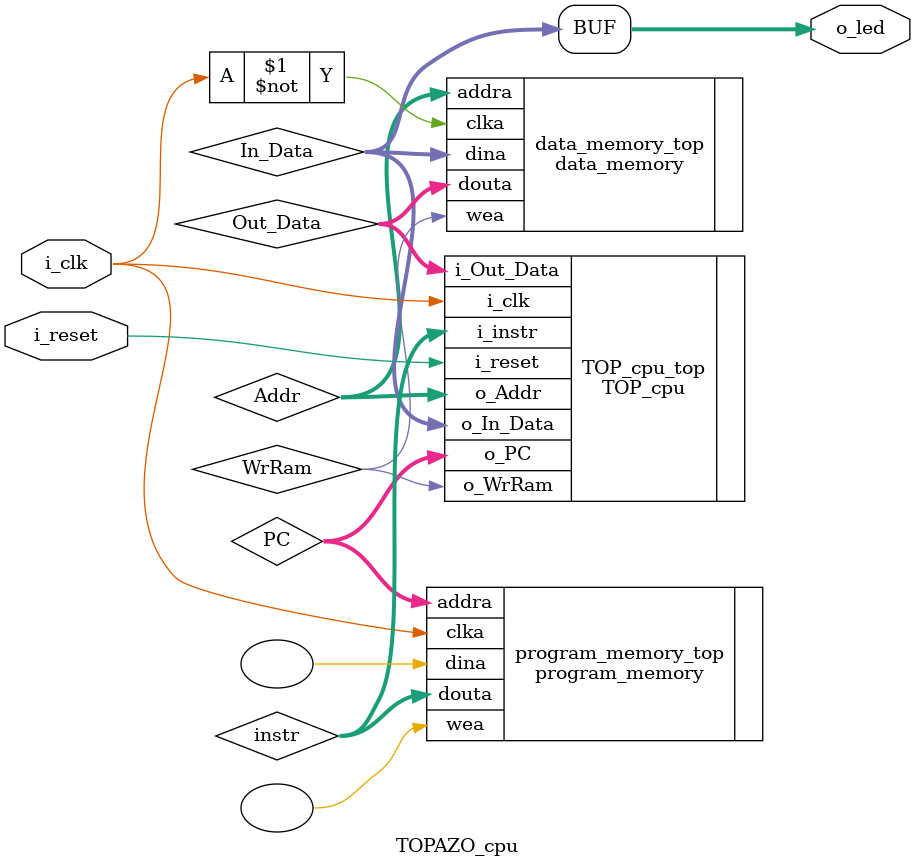
<source format=v>
`timescale 1ns / 1ps


module TOPAZO_cpu(
    input                   i_clk, i_reset,
    output      [15:0]      o_led
);

    wire        [10:0]      PC;
    wire        [10:0]      Addr;
    wire        [15:0]      instr;
    wire        [15:0]      In_Data;
    wire        [15:0]      Out_Data;
    wire                    WrRam;

    TOP_cpu TOP_cpu_top(.i_clk(i_clk),
        .i_reset(i_reset),
        .i_instr(instr),
        .i_Out_Data(Out_Data),
        .o_PC(PC),
        .o_Addr(Addr),
        .o_In_Data(In_Data),
        .o_WrRam(WrRam)
        );

    data_memory data_memory_top(.clka(~i_clk),
        .wea(WrRam),
        .addra(Addr),
        .dina(In_Data),
        .douta(Out_Data)
        );
    
    program_memory program_memory_top(.clka(i_clk),
        .wea(),
        .addra(PC),
        .dina(),
        .douta(instr)
        );

    assign o_led = In_Data;

endmodule

</source>
